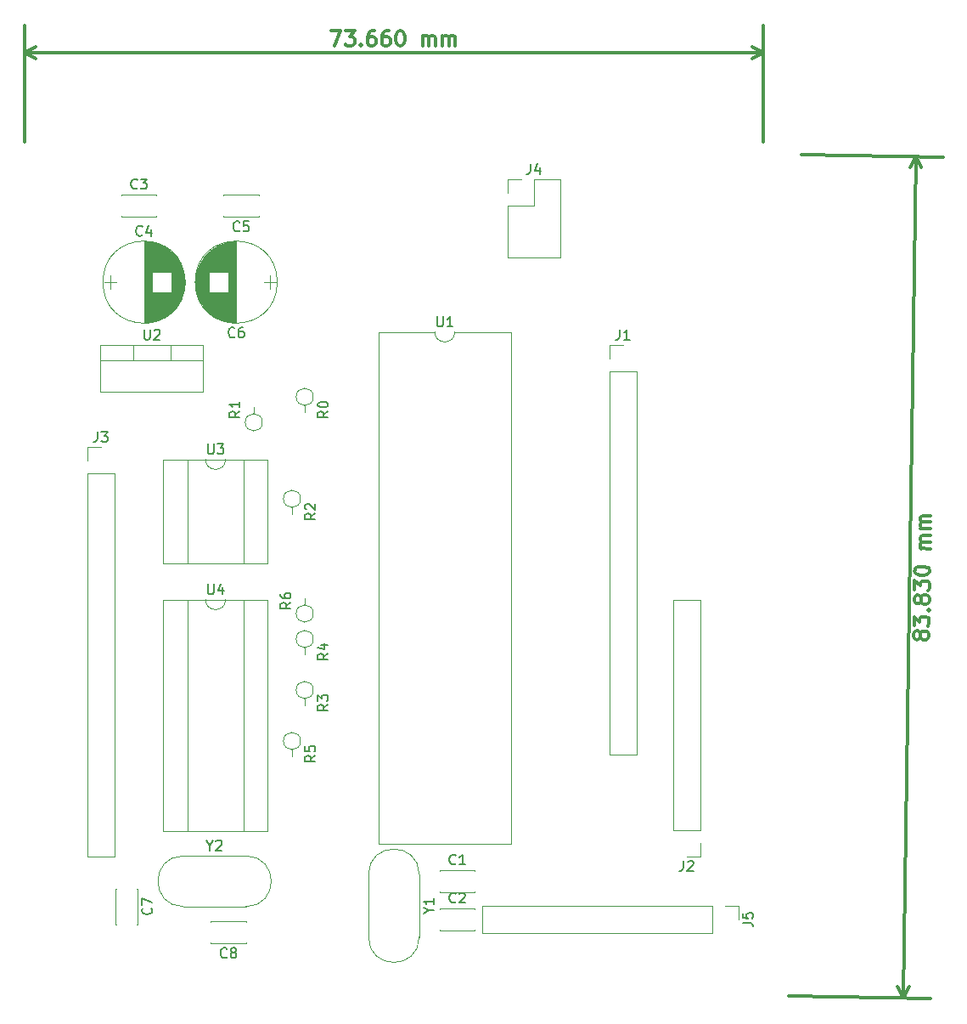
<source format=gbr>
G04 #@! TF.FileFunction,Legend,Top*
%FSLAX46Y46*%
G04 Gerber Fmt 4.6, Leading zero omitted, Abs format (unit mm)*
G04 Created by KiCad (PCBNEW 4.0.6) date 07/02/17 06:45:00*
%MOMM*%
%LPD*%
G01*
G04 APERTURE LIST*
%ADD10C,0.100000*%
%ADD11C,0.300000*%
%ADD12C,0.120000*%
%ADD13C,0.150000*%
G04 APERTURE END LIST*
D10*
D11*
X126154617Y-64538487D02*
X126081032Y-64680247D01*
X126008529Y-64750584D01*
X125864606Y-64819841D01*
X125793186Y-64818759D01*
X125651428Y-64745174D01*
X125581089Y-64672672D01*
X125511833Y-64528748D01*
X125516161Y-64243067D01*
X125589746Y-64101308D01*
X125662249Y-64030970D01*
X125806172Y-63961714D01*
X125877592Y-63962796D01*
X126019350Y-64036380D01*
X126089689Y-64108883D01*
X126158945Y-64252806D01*
X126154617Y-64538487D01*
X126223873Y-64682411D01*
X126294211Y-64754913D01*
X126435970Y-64828498D01*
X126721651Y-64832827D01*
X126865574Y-64763570D01*
X126938077Y-64693232D01*
X127011661Y-64551473D01*
X127015989Y-64265792D01*
X126946734Y-64121869D01*
X126876395Y-64049366D01*
X126734636Y-63975782D01*
X126448955Y-63971453D01*
X126305032Y-64040709D01*
X126232530Y-64111048D01*
X126158945Y-64252806D01*
X125528065Y-63457443D02*
X125542132Y-62528979D01*
X126105921Y-63037578D01*
X126109167Y-62823317D01*
X126182752Y-62681558D01*
X126255254Y-62611220D01*
X126399177Y-62541964D01*
X126756279Y-62547375D01*
X126898037Y-62620959D01*
X126968376Y-62693462D01*
X127037632Y-62837385D01*
X127031139Y-63265907D01*
X126957555Y-63407666D01*
X126885052Y-63478004D01*
X126908859Y-61906756D02*
X126981362Y-61836418D01*
X127051699Y-61908920D01*
X126979197Y-61979259D01*
X126908859Y-61906756D01*
X127051699Y-61908920D01*
X126208723Y-60967469D02*
X126135138Y-61109229D01*
X126062635Y-61179566D01*
X125918713Y-61248823D01*
X125847293Y-61247741D01*
X125705534Y-61174156D01*
X125635196Y-61101654D01*
X125565939Y-60957730D01*
X125570268Y-60672049D01*
X125643853Y-60530290D01*
X125716356Y-60459952D01*
X125860278Y-60390696D01*
X125931698Y-60391778D01*
X126073457Y-60465362D01*
X126143795Y-60537865D01*
X126213052Y-60681788D01*
X126208723Y-60967469D01*
X126277979Y-61111393D01*
X126348318Y-61183895D01*
X126490076Y-61257480D01*
X126775757Y-61261808D01*
X126919680Y-61192552D01*
X126992183Y-61122214D01*
X127065767Y-60980455D01*
X127070095Y-60694773D01*
X127000840Y-60550851D01*
X126930501Y-60478348D01*
X126788743Y-60404764D01*
X126503062Y-60400435D01*
X126359139Y-60469691D01*
X126286636Y-60540029D01*
X126213052Y-60681788D01*
X125582171Y-59886425D02*
X125596239Y-58957961D01*
X126160027Y-59466560D01*
X126163274Y-59252299D01*
X126236859Y-59110540D01*
X126309361Y-59040202D01*
X126453283Y-58970946D01*
X126810385Y-58976357D01*
X126952144Y-59049941D01*
X127022482Y-59122444D01*
X127091738Y-59266366D01*
X127085245Y-59694889D01*
X127011661Y-59836648D01*
X126939158Y-59906985D01*
X125610306Y-58029496D02*
X125612471Y-57886656D01*
X125686056Y-57744897D01*
X125758559Y-57674558D01*
X125902481Y-57605302D01*
X126189245Y-57538211D01*
X126546347Y-57543621D01*
X126830946Y-57619369D01*
X126972704Y-57692955D01*
X127043043Y-57765457D01*
X127112298Y-57909380D01*
X127110134Y-58052221D01*
X127036550Y-58193979D01*
X126964047Y-58264318D01*
X126820124Y-58333573D01*
X126533361Y-58400666D01*
X126176259Y-58395255D01*
X125891660Y-58319506D01*
X125749901Y-58245922D01*
X125679563Y-58173419D01*
X125610306Y-58029496D01*
X127144762Y-55766769D02*
X126144877Y-55751619D01*
X126287719Y-55753784D02*
X126217380Y-55681282D01*
X126148123Y-55537358D01*
X126151370Y-55323098D01*
X126224955Y-55181339D01*
X126368877Y-55112082D01*
X127154501Y-55123986D01*
X126368877Y-55112082D02*
X126227119Y-55038497D01*
X126157862Y-54894575D01*
X126161109Y-54680314D01*
X126234694Y-54538555D01*
X126378617Y-54469299D01*
X127164240Y-54481203D01*
X127175062Y-53766999D02*
X126175177Y-53751849D01*
X126318018Y-53754013D02*
X126247679Y-53681511D01*
X126178423Y-53537587D01*
X126181669Y-53323327D01*
X126255254Y-53181569D01*
X126399177Y-53112312D01*
X127184801Y-53124215D01*
X126399177Y-53112312D02*
X126257419Y-53038727D01*
X126188162Y-52894804D01*
X126191408Y-52680544D01*
X126264993Y-52538784D01*
X126408916Y-52469529D01*
X127194540Y-52481432D01*
X125708139Y-16682851D02*
X124438139Y-100502851D01*
X114300000Y-16510000D02*
X128407829Y-16723755D01*
X113030000Y-100330000D02*
X127137829Y-100543755D01*
X124438139Y-100502851D02*
X123868852Y-99367592D01*
X124438139Y-100502851D02*
X125041559Y-99385361D01*
X125708139Y-16682851D02*
X125104719Y-17800341D01*
X125708139Y-16682851D02*
X126277426Y-17818110D01*
X67374287Y-4178571D02*
X68374287Y-4178571D01*
X67731430Y-5678571D01*
X68802858Y-4178571D02*
X69731429Y-4178571D01*
X69231429Y-4750000D01*
X69445715Y-4750000D01*
X69588572Y-4821429D01*
X69660001Y-4892857D01*
X69731429Y-5035714D01*
X69731429Y-5392857D01*
X69660001Y-5535714D01*
X69588572Y-5607143D01*
X69445715Y-5678571D01*
X69017143Y-5678571D01*
X68874286Y-5607143D01*
X68802858Y-5535714D01*
X70374286Y-5535714D02*
X70445714Y-5607143D01*
X70374286Y-5678571D01*
X70302857Y-5607143D01*
X70374286Y-5535714D01*
X70374286Y-5678571D01*
X71731429Y-4178571D02*
X71445715Y-4178571D01*
X71302858Y-4250000D01*
X71231429Y-4321429D01*
X71088572Y-4535714D01*
X71017143Y-4821429D01*
X71017143Y-5392857D01*
X71088572Y-5535714D01*
X71160000Y-5607143D01*
X71302858Y-5678571D01*
X71588572Y-5678571D01*
X71731429Y-5607143D01*
X71802858Y-5535714D01*
X71874286Y-5392857D01*
X71874286Y-5035714D01*
X71802858Y-4892857D01*
X71731429Y-4821429D01*
X71588572Y-4750000D01*
X71302858Y-4750000D01*
X71160000Y-4821429D01*
X71088572Y-4892857D01*
X71017143Y-5035714D01*
X73160000Y-4178571D02*
X72874286Y-4178571D01*
X72731429Y-4250000D01*
X72660000Y-4321429D01*
X72517143Y-4535714D01*
X72445714Y-4821429D01*
X72445714Y-5392857D01*
X72517143Y-5535714D01*
X72588571Y-5607143D01*
X72731429Y-5678571D01*
X73017143Y-5678571D01*
X73160000Y-5607143D01*
X73231429Y-5535714D01*
X73302857Y-5392857D01*
X73302857Y-5035714D01*
X73231429Y-4892857D01*
X73160000Y-4821429D01*
X73017143Y-4750000D01*
X72731429Y-4750000D01*
X72588571Y-4821429D01*
X72517143Y-4892857D01*
X72445714Y-5035714D01*
X74231428Y-4178571D02*
X74374285Y-4178571D01*
X74517142Y-4250000D01*
X74588571Y-4321429D01*
X74660000Y-4464286D01*
X74731428Y-4750000D01*
X74731428Y-5107143D01*
X74660000Y-5392857D01*
X74588571Y-5535714D01*
X74517142Y-5607143D01*
X74374285Y-5678571D01*
X74231428Y-5678571D01*
X74088571Y-5607143D01*
X74017142Y-5535714D01*
X73945714Y-5392857D01*
X73874285Y-5107143D01*
X73874285Y-4750000D01*
X73945714Y-4464286D01*
X74017142Y-4321429D01*
X74088571Y-4250000D01*
X74231428Y-4178571D01*
X76517142Y-5678571D02*
X76517142Y-4678571D01*
X76517142Y-4821429D02*
X76588570Y-4750000D01*
X76731428Y-4678571D01*
X76945713Y-4678571D01*
X77088570Y-4750000D01*
X77159999Y-4892857D01*
X77159999Y-5678571D01*
X77159999Y-4892857D02*
X77231428Y-4750000D01*
X77374285Y-4678571D01*
X77588570Y-4678571D01*
X77731428Y-4750000D01*
X77802856Y-4892857D01*
X77802856Y-5678571D01*
X78517142Y-5678571D02*
X78517142Y-4678571D01*
X78517142Y-4821429D02*
X78588570Y-4750000D01*
X78731428Y-4678571D01*
X78945713Y-4678571D01*
X79088570Y-4750000D01*
X79159999Y-4892857D01*
X79159999Y-5678571D01*
X79159999Y-4892857D02*
X79231428Y-4750000D01*
X79374285Y-4678571D01*
X79588570Y-4678571D01*
X79731428Y-4750000D01*
X79802856Y-4892857D01*
X79802856Y-5678571D01*
X36830000Y-6350000D02*
X110490000Y-6350000D01*
X36830000Y-15240000D02*
X36830000Y-3650000D01*
X110490000Y-15240000D02*
X110490000Y-3650000D01*
X110490000Y-6350000D02*
X109363496Y-6936421D01*
X110490000Y-6350000D02*
X109363496Y-5763579D01*
X36830000Y-6350000D02*
X37956504Y-6936421D01*
X36830000Y-6350000D02*
X37956504Y-5763579D01*
D12*
X48740000Y-25160000D02*
X48740000Y-33260000D01*
X48780000Y-25160000D02*
X48780000Y-33260000D01*
X48820000Y-25160000D02*
X48820000Y-33260000D01*
X48860000Y-25161000D02*
X48860000Y-33259000D01*
X48900000Y-25163000D02*
X48900000Y-33257000D01*
X48940000Y-25164000D02*
X48940000Y-33256000D01*
X48980000Y-25167000D02*
X48980000Y-33253000D01*
X49020000Y-25169000D02*
X49020000Y-33251000D01*
X49060000Y-25172000D02*
X49060000Y-33248000D01*
X49100000Y-25175000D02*
X49100000Y-33245000D01*
X49140000Y-25179000D02*
X49140000Y-33241000D01*
X49180000Y-25183000D02*
X49180000Y-33237000D01*
X49220000Y-25188000D02*
X49220000Y-33232000D01*
X49260000Y-25193000D02*
X49260000Y-33227000D01*
X49300000Y-25198000D02*
X49300000Y-33222000D01*
X49340000Y-25204000D02*
X49340000Y-33216000D01*
X49380000Y-25210000D02*
X49380000Y-33210000D01*
X49420000Y-25216000D02*
X49420000Y-33204000D01*
X49461000Y-25223000D02*
X49461000Y-33197000D01*
X49501000Y-25231000D02*
X49501000Y-33189000D01*
X49541000Y-25239000D02*
X49541000Y-28230000D01*
X49541000Y-30190000D02*
X49541000Y-33181000D01*
X49581000Y-25247000D02*
X49581000Y-28230000D01*
X49581000Y-30190000D02*
X49581000Y-33173000D01*
X49621000Y-25255000D02*
X49621000Y-28230000D01*
X49621000Y-30190000D02*
X49621000Y-33165000D01*
X49661000Y-25264000D02*
X49661000Y-28230000D01*
X49661000Y-30190000D02*
X49661000Y-33156000D01*
X49701000Y-25274000D02*
X49701000Y-28230000D01*
X49701000Y-30190000D02*
X49701000Y-33146000D01*
X49741000Y-25284000D02*
X49741000Y-28230000D01*
X49741000Y-30190000D02*
X49741000Y-33136000D01*
X49781000Y-25294000D02*
X49781000Y-28230000D01*
X49781000Y-30190000D02*
X49781000Y-33126000D01*
X49821000Y-25305000D02*
X49821000Y-28230000D01*
X49821000Y-30190000D02*
X49821000Y-33115000D01*
X49861000Y-25316000D02*
X49861000Y-28230000D01*
X49861000Y-30190000D02*
X49861000Y-33104000D01*
X49901000Y-25327000D02*
X49901000Y-28230000D01*
X49901000Y-30190000D02*
X49901000Y-33093000D01*
X49941000Y-25340000D02*
X49941000Y-28230000D01*
X49941000Y-30190000D02*
X49941000Y-33080000D01*
X49981000Y-25352000D02*
X49981000Y-28230000D01*
X49981000Y-30190000D02*
X49981000Y-33068000D01*
X50021000Y-25365000D02*
X50021000Y-28230000D01*
X50021000Y-30190000D02*
X50021000Y-33055000D01*
X50061000Y-25378000D02*
X50061000Y-28230000D01*
X50061000Y-30190000D02*
X50061000Y-33042000D01*
X50101000Y-25392000D02*
X50101000Y-28230000D01*
X50101000Y-30190000D02*
X50101000Y-33028000D01*
X50141000Y-25407000D02*
X50141000Y-28230000D01*
X50141000Y-30190000D02*
X50141000Y-33013000D01*
X50181000Y-25421000D02*
X50181000Y-28230000D01*
X50181000Y-30190000D02*
X50181000Y-32999000D01*
X50221000Y-25437000D02*
X50221000Y-28230000D01*
X50221000Y-30190000D02*
X50221000Y-32983000D01*
X50261000Y-25452000D02*
X50261000Y-28230000D01*
X50261000Y-30190000D02*
X50261000Y-32968000D01*
X50301000Y-25469000D02*
X50301000Y-28230000D01*
X50301000Y-30190000D02*
X50301000Y-32951000D01*
X50341000Y-25485000D02*
X50341000Y-28230000D01*
X50341000Y-30190000D02*
X50341000Y-32935000D01*
X50381000Y-25503000D02*
X50381000Y-28230000D01*
X50381000Y-30190000D02*
X50381000Y-32917000D01*
X50421000Y-25520000D02*
X50421000Y-28230000D01*
X50421000Y-30190000D02*
X50421000Y-32900000D01*
X50461000Y-25539000D02*
X50461000Y-28230000D01*
X50461000Y-30190000D02*
X50461000Y-32881000D01*
X50501000Y-25558000D02*
X50501000Y-28230000D01*
X50501000Y-30190000D02*
X50501000Y-32862000D01*
X50541000Y-25577000D02*
X50541000Y-28230000D01*
X50541000Y-30190000D02*
X50541000Y-32843000D01*
X50581000Y-25597000D02*
X50581000Y-28230000D01*
X50581000Y-30190000D02*
X50581000Y-32823000D01*
X50621000Y-25617000D02*
X50621000Y-28230000D01*
X50621000Y-30190000D02*
X50621000Y-32803000D01*
X50661000Y-25638000D02*
X50661000Y-28230000D01*
X50661000Y-30190000D02*
X50661000Y-32782000D01*
X50701000Y-25660000D02*
X50701000Y-28230000D01*
X50701000Y-30190000D02*
X50701000Y-32760000D01*
X50741000Y-25682000D02*
X50741000Y-28230000D01*
X50741000Y-30190000D02*
X50741000Y-32738000D01*
X50781000Y-25705000D02*
X50781000Y-28230000D01*
X50781000Y-30190000D02*
X50781000Y-32715000D01*
X50821000Y-25728000D02*
X50821000Y-28230000D01*
X50821000Y-30190000D02*
X50821000Y-32692000D01*
X50861000Y-25752000D02*
X50861000Y-28230000D01*
X50861000Y-30190000D02*
X50861000Y-32668000D01*
X50901000Y-25776000D02*
X50901000Y-28230000D01*
X50901000Y-30190000D02*
X50901000Y-32644000D01*
X50941000Y-25802000D02*
X50941000Y-28230000D01*
X50941000Y-30190000D02*
X50941000Y-32618000D01*
X50981000Y-25827000D02*
X50981000Y-28230000D01*
X50981000Y-30190000D02*
X50981000Y-32593000D01*
X51021000Y-25854000D02*
X51021000Y-28230000D01*
X51021000Y-30190000D02*
X51021000Y-32566000D01*
X51061000Y-25881000D02*
X51061000Y-28230000D01*
X51061000Y-30190000D02*
X51061000Y-32539000D01*
X51101000Y-25909000D02*
X51101000Y-28230000D01*
X51101000Y-30190000D02*
X51101000Y-32511000D01*
X51141000Y-25938000D02*
X51141000Y-28230000D01*
X51141000Y-30190000D02*
X51141000Y-32482000D01*
X51181000Y-25967000D02*
X51181000Y-28230000D01*
X51181000Y-30190000D02*
X51181000Y-32453000D01*
X51221000Y-25997000D02*
X51221000Y-28230000D01*
X51221000Y-30190000D02*
X51221000Y-32423000D01*
X51261000Y-26028000D02*
X51261000Y-28230000D01*
X51261000Y-30190000D02*
X51261000Y-32392000D01*
X51301000Y-26060000D02*
X51301000Y-28230000D01*
X51301000Y-30190000D02*
X51301000Y-32360000D01*
X51341000Y-26092000D02*
X51341000Y-28230000D01*
X51341000Y-30190000D02*
X51341000Y-32328000D01*
X51381000Y-26126000D02*
X51381000Y-28230000D01*
X51381000Y-30190000D02*
X51381000Y-32294000D01*
X51421000Y-26160000D02*
X51421000Y-28230000D01*
X51421000Y-30190000D02*
X51421000Y-32260000D01*
X51461000Y-26195000D02*
X51461000Y-28230000D01*
X51461000Y-30190000D02*
X51461000Y-32225000D01*
X51501000Y-26231000D02*
X51501000Y-32189000D01*
X51541000Y-26268000D02*
X51541000Y-32152000D01*
X51581000Y-26306000D02*
X51581000Y-32114000D01*
X51621000Y-26345000D02*
X51621000Y-32075000D01*
X51661000Y-26386000D02*
X51661000Y-32034000D01*
X51701000Y-26427000D02*
X51701000Y-31993000D01*
X51741000Y-26470000D02*
X51741000Y-31950000D01*
X51781000Y-26513000D02*
X51781000Y-31907000D01*
X51821000Y-26558000D02*
X51821000Y-31862000D01*
X51861000Y-26605000D02*
X51861000Y-31815000D01*
X51901000Y-26653000D02*
X51901000Y-31767000D01*
X51941000Y-26702000D02*
X51941000Y-31718000D01*
X51981000Y-26753000D02*
X51981000Y-31667000D01*
X52021000Y-26806000D02*
X52021000Y-31614000D01*
X52061000Y-26861000D02*
X52061000Y-31559000D01*
X52101000Y-26917000D02*
X52101000Y-31503000D01*
X52141000Y-26976000D02*
X52141000Y-31444000D01*
X52181000Y-27037000D02*
X52181000Y-31383000D01*
X52221000Y-27101000D02*
X52221000Y-31319000D01*
X52261000Y-27167000D02*
X52261000Y-31253000D01*
X52301000Y-27236000D02*
X52301000Y-31184000D01*
X52341000Y-27308000D02*
X52341000Y-31112000D01*
X52381000Y-27384000D02*
X52381000Y-31036000D01*
X52421000Y-27465000D02*
X52421000Y-30955000D01*
X52461000Y-27550000D02*
X52461000Y-30870000D01*
X52501000Y-27640000D02*
X52501000Y-30780000D01*
X52541000Y-27737000D02*
X52541000Y-30683000D01*
X52581000Y-27841000D02*
X52581000Y-30579000D01*
X52621000Y-27956000D02*
X52621000Y-30464000D01*
X52661000Y-28083000D02*
X52661000Y-30337000D01*
X52701000Y-28227000D02*
X52701000Y-30193000D01*
X52741000Y-28396000D02*
X52741000Y-30024000D01*
X52781000Y-28612000D02*
X52781000Y-29808000D01*
X52821000Y-28964000D02*
X52821000Y-29456000D01*
X44790000Y-29210000D02*
X45990000Y-29210000D01*
X45390000Y-28560000D02*
X45390000Y-29860000D01*
X52830000Y-29210000D02*
G75*
G03X52830000Y-29210000I-4090000J0D01*
G01*
X78230000Y-87790000D02*
X81750000Y-87790000D01*
X78230000Y-90010000D02*
X81750000Y-90010000D01*
X78230000Y-87790000D02*
X78230000Y-87904000D01*
X78230000Y-89896000D02*
X78230000Y-90010000D01*
X81750000Y-87790000D02*
X81750000Y-87904000D01*
X81750000Y-89896000D02*
X81750000Y-90010000D01*
X78230000Y-91600000D02*
X81750000Y-91600000D01*
X78230000Y-93820000D02*
X81750000Y-93820000D01*
X78230000Y-91600000D02*
X78230000Y-91714000D01*
X78230000Y-93706000D02*
X78230000Y-93820000D01*
X81750000Y-91600000D02*
X81750000Y-91714000D01*
X81750000Y-93706000D02*
X81750000Y-93820000D01*
X46480000Y-20480000D02*
X50000000Y-20480000D01*
X46480000Y-22700000D02*
X50000000Y-22700000D01*
X46480000Y-20480000D02*
X46480000Y-20594000D01*
X46480000Y-22586000D02*
X46480000Y-22700000D01*
X50000000Y-20480000D02*
X50000000Y-20594000D01*
X50000000Y-22586000D02*
X50000000Y-22700000D01*
X60200000Y-22700000D02*
X56680000Y-22700000D01*
X60200000Y-20480000D02*
X56680000Y-20480000D01*
X60200000Y-22700000D02*
X60200000Y-22586000D01*
X60200000Y-20594000D02*
X60200000Y-20480000D01*
X56680000Y-22700000D02*
X56680000Y-22586000D01*
X56680000Y-20594000D02*
X56680000Y-20480000D01*
X57940000Y-33260000D02*
X57940000Y-25160000D01*
X57900000Y-33260000D02*
X57900000Y-25160000D01*
X57860000Y-33260000D02*
X57860000Y-25160000D01*
X57820000Y-33259000D02*
X57820000Y-25161000D01*
X57780000Y-33257000D02*
X57780000Y-25163000D01*
X57740000Y-33256000D02*
X57740000Y-25164000D01*
X57700000Y-33253000D02*
X57700000Y-25167000D01*
X57660000Y-33251000D02*
X57660000Y-25169000D01*
X57620000Y-33248000D02*
X57620000Y-25172000D01*
X57580000Y-33245000D02*
X57580000Y-25175000D01*
X57540000Y-33241000D02*
X57540000Y-25179000D01*
X57500000Y-33237000D02*
X57500000Y-25183000D01*
X57460000Y-33232000D02*
X57460000Y-25188000D01*
X57420000Y-33227000D02*
X57420000Y-25193000D01*
X57380000Y-33222000D02*
X57380000Y-25198000D01*
X57340000Y-33216000D02*
X57340000Y-25204000D01*
X57300000Y-33210000D02*
X57300000Y-25210000D01*
X57260000Y-33204000D02*
X57260000Y-25216000D01*
X57219000Y-33197000D02*
X57219000Y-25223000D01*
X57179000Y-33189000D02*
X57179000Y-25231000D01*
X57139000Y-33181000D02*
X57139000Y-30190000D01*
X57139000Y-28230000D02*
X57139000Y-25239000D01*
X57099000Y-33173000D02*
X57099000Y-30190000D01*
X57099000Y-28230000D02*
X57099000Y-25247000D01*
X57059000Y-33165000D02*
X57059000Y-30190000D01*
X57059000Y-28230000D02*
X57059000Y-25255000D01*
X57019000Y-33156000D02*
X57019000Y-30190000D01*
X57019000Y-28230000D02*
X57019000Y-25264000D01*
X56979000Y-33146000D02*
X56979000Y-30190000D01*
X56979000Y-28230000D02*
X56979000Y-25274000D01*
X56939000Y-33136000D02*
X56939000Y-30190000D01*
X56939000Y-28230000D02*
X56939000Y-25284000D01*
X56899000Y-33126000D02*
X56899000Y-30190000D01*
X56899000Y-28230000D02*
X56899000Y-25294000D01*
X56859000Y-33115000D02*
X56859000Y-30190000D01*
X56859000Y-28230000D02*
X56859000Y-25305000D01*
X56819000Y-33104000D02*
X56819000Y-30190000D01*
X56819000Y-28230000D02*
X56819000Y-25316000D01*
X56779000Y-33093000D02*
X56779000Y-30190000D01*
X56779000Y-28230000D02*
X56779000Y-25327000D01*
X56739000Y-33080000D02*
X56739000Y-30190000D01*
X56739000Y-28230000D02*
X56739000Y-25340000D01*
X56699000Y-33068000D02*
X56699000Y-30190000D01*
X56699000Y-28230000D02*
X56699000Y-25352000D01*
X56659000Y-33055000D02*
X56659000Y-30190000D01*
X56659000Y-28230000D02*
X56659000Y-25365000D01*
X56619000Y-33042000D02*
X56619000Y-30190000D01*
X56619000Y-28230000D02*
X56619000Y-25378000D01*
X56579000Y-33028000D02*
X56579000Y-30190000D01*
X56579000Y-28230000D02*
X56579000Y-25392000D01*
X56539000Y-33013000D02*
X56539000Y-30190000D01*
X56539000Y-28230000D02*
X56539000Y-25407000D01*
X56499000Y-32999000D02*
X56499000Y-30190000D01*
X56499000Y-28230000D02*
X56499000Y-25421000D01*
X56459000Y-32983000D02*
X56459000Y-30190000D01*
X56459000Y-28230000D02*
X56459000Y-25437000D01*
X56419000Y-32968000D02*
X56419000Y-30190000D01*
X56419000Y-28230000D02*
X56419000Y-25452000D01*
X56379000Y-32951000D02*
X56379000Y-30190000D01*
X56379000Y-28230000D02*
X56379000Y-25469000D01*
X56339000Y-32935000D02*
X56339000Y-30190000D01*
X56339000Y-28230000D02*
X56339000Y-25485000D01*
X56299000Y-32917000D02*
X56299000Y-30190000D01*
X56299000Y-28230000D02*
X56299000Y-25503000D01*
X56259000Y-32900000D02*
X56259000Y-30190000D01*
X56259000Y-28230000D02*
X56259000Y-25520000D01*
X56219000Y-32881000D02*
X56219000Y-30190000D01*
X56219000Y-28230000D02*
X56219000Y-25539000D01*
X56179000Y-32862000D02*
X56179000Y-30190000D01*
X56179000Y-28230000D02*
X56179000Y-25558000D01*
X56139000Y-32843000D02*
X56139000Y-30190000D01*
X56139000Y-28230000D02*
X56139000Y-25577000D01*
X56099000Y-32823000D02*
X56099000Y-30190000D01*
X56099000Y-28230000D02*
X56099000Y-25597000D01*
X56059000Y-32803000D02*
X56059000Y-30190000D01*
X56059000Y-28230000D02*
X56059000Y-25617000D01*
X56019000Y-32782000D02*
X56019000Y-30190000D01*
X56019000Y-28230000D02*
X56019000Y-25638000D01*
X55979000Y-32760000D02*
X55979000Y-30190000D01*
X55979000Y-28230000D02*
X55979000Y-25660000D01*
X55939000Y-32738000D02*
X55939000Y-30190000D01*
X55939000Y-28230000D02*
X55939000Y-25682000D01*
X55899000Y-32715000D02*
X55899000Y-30190000D01*
X55899000Y-28230000D02*
X55899000Y-25705000D01*
X55859000Y-32692000D02*
X55859000Y-30190000D01*
X55859000Y-28230000D02*
X55859000Y-25728000D01*
X55819000Y-32668000D02*
X55819000Y-30190000D01*
X55819000Y-28230000D02*
X55819000Y-25752000D01*
X55779000Y-32644000D02*
X55779000Y-30190000D01*
X55779000Y-28230000D02*
X55779000Y-25776000D01*
X55739000Y-32618000D02*
X55739000Y-30190000D01*
X55739000Y-28230000D02*
X55739000Y-25802000D01*
X55699000Y-32593000D02*
X55699000Y-30190000D01*
X55699000Y-28230000D02*
X55699000Y-25827000D01*
X55659000Y-32566000D02*
X55659000Y-30190000D01*
X55659000Y-28230000D02*
X55659000Y-25854000D01*
X55619000Y-32539000D02*
X55619000Y-30190000D01*
X55619000Y-28230000D02*
X55619000Y-25881000D01*
X55579000Y-32511000D02*
X55579000Y-30190000D01*
X55579000Y-28230000D02*
X55579000Y-25909000D01*
X55539000Y-32482000D02*
X55539000Y-30190000D01*
X55539000Y-28230000D02*
X55539000Y-25938000D01*
X55499000Y-32453000D02*
X55499000Y-30190000D01*
X55499000Y-28230000D02*
X55499000Y-25967000D01*
X55459000Y-32423000D02*
X55459000Y-30190000D01*
X55459000Y-28230000D02*
X55459000Y-25997000D01*
X55419000Y-32392000D02*
X55419000Y-30190000D01*
X55419000Y-28230000D02*
X55419000Y-26028000D01*
X55379000Y-32360000D02*
X55379000Y-30190000D01*
X55379000Y-28230000D02*
X55379000Y-26060000D01*
X55339000Y-32328000D02*
X55339000Y-30190000D01*
X55339000Y-28230000D02*
X55339000Y-26092000D01*
X55299000Y-32294000D02*
X55299000Y-30190000D01*
X55299000Y-28230000D02*
X55299000Y-26126000D01*
X55259000Y-32260000D02*
X55259000Y-30190000D01*
X55259000Y-28230000D02*
X55259000Y-26160000D01*
X55219000Y-32225000D02*
X55219000Y-30190000D01*
X55219000Y-28230000D02*
X55219000Y-26195000D01*
X55179000Y-32189000D02*
X55179000Y-26231000D01*
X55139000Y-32152000D02*
X55139000Y-26268000D01*
X55099000Y-32114000D02*
X55099000Y-26306000D01*
X55059000Y-32075000D02*
X55059000Y-26345000D01*
X55019000Y-32034000D02*
X55019000Y-26386000D01*
X54979000Y-31993000D02*
X54979000Y-26427000D01*
X54939000Y-31950000D02*
X54939000Y-26470000D01*
X54899000Y-31907000D02*
X54899000Y-26513000D01*
X54859000Y-31862000D02*
X54859000Y-26558000D01*
X54819000Y-31815000D02*
X54819000Y-26605000D01*
X54779000Y-31767000D02*
X54779000Y-26653000D01*
X54739000Y-31718000D02*
X54739000Y-26702000D01*
X54699000Y-31667000D02*
X54699000Y-26753000D01*
X54659000Y-31614000D02*
X54659000Y-26806000D01*
X54619000Y-31559000D02*
X54619000Y-26861000D01*
X54579000Y-31503000D02*
X54579000Y-26917000D01*
X54539000Y-31444000D02*
X54539000Y-26976000D01*
X54499000Y-31383000D02*
X54499000Y-27037000D01*
X54459000Y-31319000D02*
X54459000Y-27101000D01*
X54419000Y-31253000D02*
X54419000Y-27167000D01*
X54379000Y-31184000D02*
X54379000Y-27236000D01*
X54339000Y-31112000D02*
X54339000Y-27308000D01*
X54299000Y-31036000D02*
X54299000Y-27384000D01*
X54259000Y-30955000D02*
X54259000Y-27465000D01*
X54219000Y-30870000D02*
X54219000Y-27550000D01*
X54179000Y-30780000D02*
X54179000Y-27640000D01*
X54139000Y-30683000D02*
X54139000Y-27737000D01*
X54099000Y-30579000D02*
X54099000Y-27841000D01*
X54059000Y-30464000D02*
X54059000Y-27956000D01*
X54019000Y-30337000D02*
X54019000Y-28083000D01*
X53979000Y-30193000D02*
X53979000Y-28227000D01*
X53939000Y-30024000D02*
X53939000Y-28396000D01*
X53899000Y-29808000D02*
X53899000Y-28612000D01*
X53859000Y-29456000D02*
X53859000Y-28964000D01*
X61890000Y-29210000D02*
X60690000Y-29210000D01*
X61290000Y-29860000D02*
X61290000Y-28560000D01*
X62030000Y-29210000D02*
G75*
G03X62030000Y-29210000I-4090000J0D01*
G01*
X48100000Y-89660000D02*
X48100000Y-93180000D01*
X45880000Y-89660000D02*
X45880000Y-93180000D01*
X48100000Y-89660000D02*
X47986000Y-89660000D01*
X45994000Y-89660000D02*
X45880000Y-89660000D01*
X48100000Y-93180000D02*
X47986000Y-93180000D01*
X45994000Y-93180000D02*
X45880000Y-93180000D01*
X58930000Y-95090000D02*
X55410000Y-95090000D01*
X58930000Y-92870000D02*
X55410000Y-92870000D01*
X58930000Y-95090000D02*
X58930000Y-94976000D01*
X58930000Y-92984000D02*
X58930000Y-92870000D01*
X55410000Y-95090000D02*
X55410000Y-94976000D01*
X55410000Y-92984000D02*
X55410000Y-92870000D01*
X95190000Y-38100000D02*
X95190000Y-76260000D01*
X95190000Y-76260000D02*
X97850000Y-76260000D01*
X97850000Y-76260000D02*
X97850000Y-38100000D01*
X97850000Y-38100000D02*
X95190000Y-38100000D01*
X95190000Y-36830000D02*
X95190000Y-35500000D01*
X95190000Y-35500000D02*
X96520000Y-35500000D01*
X104200000Y-83820000D02*
X104200000Y-60900000D01*
X104200000Y-60900000D02*
X101540000Y-60900000D01*
X101540000Y-60900000D02*
X101540000Y-83820000D01*
X101540000Y-83820000D02*
X104200000Y-83820000D01*
X104200000Y-85090000D02*
X104200000Y-86420000D01*
X104200000Y-86420000D02*
X102870000Y-86420000D01*
X43120000Y-48260000D02*
X43120000Y-86420000D01*
X43120000Y-86420000D02*
X45780000Y-86420000D01*
X45780000Y-86420000D02*
X45780000Y-48260000D01*
X45780000Y-48260000D02*
X43120000Y-48260000D01*
X43120000Y-46990000D02*
X43120000Y-45660000D01*
X43120000Y-45660000D02*
X44450000Y-45660000D01*
X65630000Y-40640000D02*
G75*
G03X65630000Y-40640000I-860000J0D01*
G01*
X64770000Y-41500000D02*
X64770000Y-42180000D01*
X60550000Y-43180000D02*
G75*
G03X60550000Y-43180000I-860000J0D01*
G01*
X59690000Y-42320000D02*
X59690000Y-41640000D01*
X64360000Y-50800000D02*
G75*
G03X64360000Y-50800000I-860000J0D01*
G01*
X63500000Y-51660000D02*
X63500000Y-52340000D01*
X65630000Y-69850000D02*
G75*
G03X65630000Y-69850000I-860000J0D01*
G01*
X64770000Y-70710000D02*
X64770000Y-71390000D01*
X65630000Y-64770000D02*
G75*
G03X65630000Y-64770000I-860000J0D01*
G01*
X64770000Y-65630000D02*
X64770000Y-66310000D01*
X64360000Y-74930000D02*
G75*
G03X64360000Y-74930000I-860000J0D01*
G01*
X63500000Y-75790000D02*
X63500000Y-76470000D01*
X65630000Y-62230000D02*
G75*
G03X65630000Y-62230000I-860000J0D01*
G01*
X64770000Y-61370000D02*
X64770000Y-60690000D01*
X77740000Y-34170000D02*
X72160000Y-34170000D01*
X72160000Y-34170000D02*
X72160000Y-85210000D01*
X72160000Y-85210000D02*
X85320000Y-85210000D01*
X85320000Y-85210000D02*
X85320000Y-34170000D01*
X85320000Y-34170000D02*
X79740000Y-34170000D01*
X79740000Y-34170000D02*
G75*
G02X77740000Y-34170000I-1000000J0D01*
G01*
X44410000Y-35480000D02*
X54650000Y-35480000D01*
X44410000Y-40121000D02*
X54650000Y-40121000D01*
X44410000Y-35480000D02*
X44410000Y-40121000D01*
X54650000Y-35480000D02*
X54650000Y-40121000D01*
X44410000Y-36990000D02*
X54650000Y-36990000D01*
X47680000Y-35480000D02*
X47680000Y-36990000D01*
X51381000Y-35480000D02*
X51381000Y-36990000D01*
X54880000Y-46870000D02*
X53110000Y-46870000D01*
X53110000Y-46870000D02*
X53110000Y-57270000D01*
X53110000Y-57270000D02*
X58650000Y-57270000D01*
X58650000Y-57270000D02*
X58650000Y-46870000D01*
X58650000Y-46870000D02*
X56880000Y-46870000D01*
X50680000Y-46870000D02*
X50680000Y-57270000D01*
X50680000Y-57270000D02*
X61080000Y-57270000D01*
X61080000Y-57270000D02*
X61080000Y-46870000D01*
X61080000Y-46870000D02*
X50680000Y-46870000D01*
X56880000Y-46870000D02*
G75*
G02X54880000Y-46870000I-1000000J0D01*
G01*
X54880000Y-60840000D02*
X53110000Y-60840000D01*
X53110000Y-60840000D02*
X53110000Y-83940000D01*
X53110000Y-83940000D02*
X58650000Y-83940000D01*
X58650000Y-83940000D02*
X58650000Y-60840000D01*
X58650000Y-60840000D02*
X56880000Y-60840000D01*
X50680000Y-60840000D02*
X50680000Y-83940000D01*
X50680000Y-83940000D02*
X61080000Y-83940000D01*
X61080000Y-83940000D02*
X61080000Y-60840000D01*
X61080000Y-60840000D02*
X50680000Y-60840000D01*
X56880000Y-60840000D02*
G75*
G02X54880000Y-60840000I-1000000J0D01*
G01*
X76185000Y-88215000D02*
X76185000Y-94465000D01*
X71135000Y-88215000D02*
X71135000Y-94465000D01*
X71135000Y-88215000D02*
G75*
G02X76185000Y-88215000I2525000J0D01*
G01*
X71135000Y-94465000D02*
G75*
G03X76185000Y-94465000I2525000J0D01*
G01*
X52655000Y-86375000D02*
X58905000Y-86375000D01*
X52655000Y-91425000D02*
X58905000Y-91425000D01*
X52655000Y-91425000D02*
G75*
G02X52655000Y-86375000I0J2525000D01*
G01*
X58905000Y-91425000D02*
G75*
G03X58905000Y-86375000I0J2525000D01*
G01*
X85030000Y-21590000D02*
X85030000Y-26730000D01*
X85030000Y-26730000D02*
X90230000Y-26730000D01*
X90230000Y-26730000D02*
X90230000Y-18990000D01*
X90230000Y-18990000D02*
X87630000Y-18990000D01*
X87630000Y-18990000D02*
X87630000Y-21590000D01*
X87630000Y-21590000D02*
X85030000Y-21590000D01*
X85030000Y-20320000D02*
X85030000Y-18990000D01*
X85030000Y-18990000D02*
X86360000Y-18990000D01*
X105410000Y-91380000D02*
X82490000Y-91380000D01*
X82490000Y-91380000D02*
X82490000Y-94040000D01*
X82490000Y-94040000D02*
X105410000Y-94040000D01*
X105410000Y-94040000D02*
X105410000Y-91380000D01*
X106680000Y-91380000D02*
X108010000Y-91380000D01*
X108010000Y-91380000D02*
X108010000Y-92710000D01*
D13*
X48573334Y-24507143D02*
X48525715Y-24554762D01*
X48382858Y-24602381D01*
X48287620Y-24602381D01*
X48144762Y-24554762D01*
X48049524Y-24459524D01*
X48001905Y-24364286D01*
X47954286Y-24173810D01*
X47954286Y-24030952D01*
X48001905Y-23840476D01*
X48049524Y-23745238D01*
X48144762Y-23650000D01*
X48287620Y-23602381D01*
X48382858Y-23602381D01*
X48525715Y-23650000D01*
X48573334Y-23697619D01*
X49430477Y-23935714D02*
X49430477Y-24602381D01*
X49192381Y-23554762D02*
X48954286Y-24269048D01*
X49573334Y-24269048D01*
X79823334Y-87147143D02*
X79775715Y-87194762D01*
X79632858Y-87242381D01*
X79537620Y-87242381D01*
X79394762Y-87194762D01*
X79299524Y-87099524D01*
X79251905Y-87004286D01*
X79204286Y-86813810D01*
X79204286Y-86670952D01*
X79251905Y-86480476D01*
X79299524Y-86385238D01*
X79394762Y-86290000D01*
X79537620Y-86242381D01*
X79632858Y-86242381D01*
X79775715Y-86290000D01*
X79823334Y-86337619D01*
X80775715Y-87242381D02*
X80204286Y-87242381D01*
X80490000Y-87242381D02*
X80490000Y-86242381D01*
X80394762Y-86385238D01*
X80299524Y-86480476D01*
X80204286Y-86528095D01*
X79823334Y-90957143D02*
X79775715Y-91004762D01*
X79632858Y-91052381D01*
X79537620Y-91052381D01*
X79394762Y-91004762D01*
X79299524Y-90909524D01*
X79251905Y-90814286D01*
X79204286Y-90623810D01*
X79204286Y-90480952D01*
X79251905Y-90290476D01*
X79299524Y-90195238D01*
X79394762Y-90100000D01*
X79537620Y-90052381D01*
X79632858Y-90052381D01*
X79775715Y-90100000D01*
X79823334Y-90147619D01*
X80204286Y-90147619D02*
X80251905Y-90100000D01*
X80347143Y-90052381D01*
X80585239Y-90052381D01*
X80680477Y-90100000D01*
X80728096Y-90147619D01*
X80775715Y-90242857D01*
X80775715Y-90338095D01*
X80728096Y-90480952D01*
X80156667Y-91052381D01*
X80775715Y-91052381D01*
X48073334Y-19837143D02*
X48025715Y-19884762D01*
X47882858Y-19932381D01*
X47787620Y-19932381D01*
X47644762Y-19884762D01*
X47549524Y-19789524D01*
X47501905Y-19694286D01*
X47454286Y-19503810D01*
X47454286Y-19360952D01*
X47501905Y-19170476D01*
X47549524Y-19075238D01*
X47644762Y-18980000D01*
X47787620Y-18932381D01*
X47882858Y-18932381D01*
X48025715Y-18980000D01*
X48073334Y-19027619D01*
X48406667Y-18932381D02*
X49025715Y-18932381D01*
X48692381Y-19313333D01*
X48835239Y-19313333D01*
X48930477Y-19360952D01*
X48978096Y-19408571D01*
X49025715Y-19503810D01*
X49025715Y-19741905D01*
X48978096Y-19837143D01*
X48930477Y-19884762D01*
X48835239Y-19932381D01*
X48549524Y-19932381D01*
X48454286Y-19884762D01*
X48406667Y-19837143D01*
X58273334Y-24057143D02*
X58225715Y-24104762D01*
X58082858Y-24152381D01*
X57987620Y-24152381D01*
X57844762Y-24104762D01*
X57749524Y-24009524D01*
X57701905Y-23914286D01*
X57654286Y-23723810D01*
X57654286Y-23580952D01*
X57701905Y-23390476D01*
X57749524Y-23295238D01*
X57844762Y-23200000D01*
X57987620Y-23152381D01*
X58082858Y-23152381D01*
X58225715Y-23200000D01*
X58273334Y-23247619D01*
X59178096Y-23152381D02*
X58701905Y-23152381D01*
X58654286Y-23628571D01*
X58701905Y-23580952D01*
X58797143Y-23533333D01*
X59035239Y-23533333D01*
X59130477Y-23580952D01*
X59178096Y-23628571D01*
X59225715Y-23723810D01*
X59225715Y-23961905D01*
X59178096Y-24057143D01*
X59130477Y-24104762D01*
X59035239Y-24152381D01*
X58797143Y-24152381D01*
X58701905Y-24104762D01*
X58654286Y-24057143D01*
X57773334Y-34627143D02*
X57725715Y-34674762D01*
X57582858Y-34722381D01*
X57487620Y-34722381D01*
X57344762Y-34674762D01*
X57249524Y-34579524D01*
X57201905Y-34484286D01*
X57154286Y-34293810D01*
X57154286Y-34150952D01*
X57201905Y-33960476D01*
X57249524Y-33865238D01*
X57344762Y-33770000D01*
X57487620Y-33722381D01*
X57582858Y-33722381D01*
X57725715Y-33770000D01*
X57773334Y-33817619D01*
X58630477Y-33722381D02*
X58440000Y-33722381D01*
X58344762Y-33770000D01*
X58297143Y-33817619D01*
X58201905Y-33960476D01*
X58154286Y-34150952D01*
X58154286Y-34531905D01*
X58201905Y-34627143D01*
X58249524Y-34674762D01*
X58344762Y-34722381D01*
X58535239Y-34722381D01*
X58630477Y-34674762D01*
X58678096Y-34627143D01*
X58725715Y-34531905D01*
X58725715Y-34293810D01*
X58678096Y-34198571D01*
X58630477Y-34150952D01*
X58535239Y-34103333D01*
X58344762Y-34103333D01*
X58249524Y-34150952D01*
X58201905Y-34198571D01*
X58154286Y-34293810D01*
X49457143Y-91586666D02*
X49504762Y-91634285D01*
X49552381Y-91777142D01*
X49552381Y-91872380D01*
X49504762Y-92015238D01*
X49409524Y-92110476D01*
X49314286Y-92158095D01*
X49123810Y-92205714D01*
X48980952Y-92205714D01*
X48790476Y-92158095D01*
X48695238Y-92110476D01*
X48600000Y-92015238D01*
X48552381Y-91872380D01*
X48552381Y-91777142D01*
X48600000Y-91634285D01*
X48647619Y-91586666D01*
X48552381Y-91253333D02*
X48552381Y-90586666D01*
X49552381Y-91015238D01*
X57003334Y-96447143D02*
X56955715Y-96494762D01*
X56812858Y-96542381D01*
X56717620Y-96542381D01*
X56574762Y-96494762D01*
X56479524Y-96399524D01*
X56431905Y-96304286D01*
X56384286Y-96113810D01*
X56384286Y-95970952D01*
X56431905Y-95780476D01*
X56479524Y-95685238D01*
X56574762Y-95590000D01*
X56717620Y-95542381D01*
X56812858Y-95542381D01*
X56955715Y-95590000D01*
X57003334Y-95637619D01*
X57574762Y-95970952D02*
X57479524Y-95923333D01*
X57431905Y-95875714D01*
X57384286Y-95780476D01*
X57384286Y-95732857D01*
X57431905Y-95637619D01*
X57479524Y-95590000D01*
X57574762Y-95542381D01*
X57765239Y-95542381D01*
X57860477Y-95590000D01*
X57908096Y-95637619D01*
X57955715Y-95732857D01*
X57955715Y-95780476D01*
X57908096Y-95875714D01*
X57860477Y-95923333D01*
X57765239Y-95970952D01*
X57574762Y-95970952D01*
X57479524Y-96018571D01*
X57431905Y-96066190D01*
X57384286Y-96161429D01*
X57384286Y-96351905D01*
X57431905Y-96447143D01*
X57479524Y-96494762D01*
X57574762Y-96542381D01*
X57765239Y-96542381D01*
X57860477Y-96494762D01*
X57908096Y-96447143D01*
X57955715Y-96351905D01*
X57955715Y-96161429D01*
X57908096Y-96066190D01*
X57860477Y-96018571D01*
X57765239Y-95970952D01*
X96186667Y-33952381D02*
X96186667Y-34666667D01*
X96139047Y-34809524D01*
X96043809Y-34904762D01*
X95900952Y-34952381D01*
X95805714Y-34952381D01*
X97186667Y-34952381D02*
X96615238Y-34952381D01*
X96900952Y-34952381D02*
X96900952Y-33952381D01*
X96805714Y-34095238D01*
X96710476Y-34190476D01*
X96615238Y-34238095D01*
X102536667Y-86872381D02*
X102536667Y-87586667D01*
X102489047Y-87729524D01*
X102393809Y-87824762D01*
X102250952Y-87872381D01*
X102155714Y-87872381D01*
X102965238Y-86967619D02*
X103012857Y-86920000D01*
X103108095Y-86872381D01*
X103346191Y-86872381D01*
X103441429Y-86920000D01*
X103489048Y-86967619D01*
X103536667Y-87062857D01*
X103536667Y-87158095D01*
X103489048Y-87300952D01*
X102917619Y-87872381D01*
X103536667Y-87872381D01*
X44116667Y-44112381D02*
X44116667Y-44826667D01*
X44069047Y-44969524D01*
X43973809Y-45064762D01*
X43830952Y-45112381D01*
X43735714Y-45112381D01*
X44497619Y-44112381D02*
X45116667Y-44112381D01*
X44783333Y-44493333D01*
X44926191Y-44493333D01*
X45021429Y-44540952D01*
X45069048Y-44588571D01*
X45116667Y-44683810D01*
X45116667Y-44921905D01*
X45069048Y-45017143D01*
X45021429Y-45064762D01*
X44926191Y-45112381D01*
X44640476Y-45112381D01*
X44545238Y-45064762D01*
X44497619Y-45017143D01*
X67082381Y-42076666D02*
X66606190Y-42410000D01*
X67082381Y-42648095D02*
X66082381Y-42648095D01*
X66082381Y-42267142D01*
X66130000Y-42171904D01*
X66177619Y-42124285D01*
X66272857Y-42076666D01*
X66415714Y-42076666D01*
X66510952Y-42124285D01*
X66558571Y-42171904D01*
X66606190Y-42267142D01*
X66606190Y-42648095D01*
X66082381Y-41457619D02*
X66082381Y-41362380D01*
X66130000Y-41267142D01*
X66177619Y-41219523D01*
X66272857Y-41171904D01*
X66463333Y-41124285D01*
X66701429Y-41124285D01*
X66891905Y-41171904D01*
X66987143Y-41219523D01*
X67034762Y-41267142D01*
X67082381Y-41362380D01*
X67082381Y-41457619D01*
X67034762Y-41552857D01*
X66987143Y-41600476D01*
X66891905Y-41648095D01*
X66701429Y-41695714D01*
X66463333Y-41695714D01*
X66272857Y-41648095D01*
X66177619Y-41600476D01*
X66130000Y-41552857D01*
X66082381Y-41457619D01*
X58282381Y-42076666D02*
X57806190Y-42410000D01*
X58282381Y-42648095D02*
X57282381Y-42648095D01*
X57282381Y-42267142D01*
X57330000Y-42171904D01*
X57377619Y-42124285D01*
X57472857Y-42076666D01*
X57615714Y-42076666D01*
X57710952Y-42124285D01*
X57758571Y-42171904D01*
X57806190Y-42267142D01*
X57806190Y-42648095D01*
X58282381Y-41124285D02*
X58282381Y-41695714D01*
X58282381Y-41410000D02*
X57282381Y-41410000D01*
X57425238Y-41505238D01*
X57520476Y-41600476D01*
X57568095Y-41695714D01*
X65812381Y-52236666D02*
X65336190Y-52570000D01*
X65812381Y-52808095D02*
X64812381Y-52808095D01*
X64812381Y-52427142D01*
X64860000Y-52331904D01*
X64907619Y-52284285D01*
X65002857Y-52236666D01*
X65145714Y-52236666D01*
X65240952Y-52284285D01*
X65288571Y-52331904D01*
X65336190Y-52427142D01*
X65336190Y-52808095D01*
X64907619Y-51855714D02*
X64860000Y-51808095D01*
X64812381Y-51712857D01*
X64812381Y-51474761D01*
X64860000Y-51379523D01*
X64907619Y-51331904D01*
X65002857Y-51284285D01*
X65098095Y-51284285D01*
X65240952Y-51331904D01*
X65812381Y-51903333D01*
X65812381Y-51284285D01*
X67082381Y-71286666D02*
X66606190Y-71620000D01*
X67082381Y-71858095D02*
X66082381Y-71858095D01*
X66082381Y-71477142D01*
X66130000Y-71381904D01*
X66177619Y-71334285D01*
X66272857Y-71286666D01*
X66415714Y-71286666D01*
X66510952Y-71334285D01*
X66558571Y-71381904D01*
X66606190Y-71477142D01*
X66606190Y-71858095D01*
X66082381Y-70953333D02*
X66082381Y-70334285D01*
X66463333Y-70667619D01*
X66463333Y-70524761D01*
X66510952Y-70429523D01*
X66558571Y-70381904D01*
X66653810Y-70334285D01*
X66891905Y-70334285D01*
X66987143Y-70381904D01*
X67034762Y-70429523D01*
X67082381Y-70524761D01*
X67082381Y-70810476D01*
X67034762Y-70905714D01*
X66987143Y-70953333D01*
X67082381Y-66206666D02*
X66606190Y-66540000D01*
X67082381Y-66778095D02*
X66082381Y-66778095D01*
X66082381Y-66397142D01*
X66130000Y-66301904D01*
X66177619Y-66254285D01*
X66272857Y-66206666D01*
X66415714Y-66206666D01*
X66510952Y-66254285D01*
X66558571Y-66301904D01*
X66606190Y-66397142D01*
X66606190Y-66778095D01*
X66415714Y-65349523D02*
X67082381Y-65349523D01*
X66034762Y-65587619D02*
X66749048Y-65825714D01*
X66749048Y-65206666D01*
X65812381Y-76366666D02*
X65336190Y-76700000D01*
X65812381Y-76938095D02*
X64812381Y-76938095D01*
X64812381Y-76557142D01*
X64860000Y-76461904D01*
X64907619Y-76414285D01*
X65002857Y-76366666D01*
X65145714Y-76366666D01*
X65240952Y-76414285D01*
X65288571Y-76461904D01*
X65336190Y-76557142D01*
X65336190Y-76938095D01*
X64812381Y-75461904D02*
X64812381Y-75938095D01*
X65288571Y-75985714D01*
X65240952Y-75938095D01*
X65193333Y-75842857D01*
X65193333Y-75604761D01*
X65240952Y-75509523D01*
X65288571Y-75461904D01*
X65383810Y-75414285D01*
X65621905Y-75414285D01*
X65717143Y-75461904D01*
X65764762Y-75509523D01*
X65812381Y-75604761D01*
X65812381Y-75842857D01*
X65764762Y-75938095D01*
X65717143Y-75985714D01*
X63362381Y-61126666D02*
X62886190Y-61460000D01*
X63362381Y-61698095D02*
X62362381Y-61698095D01*
X62362381Y-61317142D01*
X62410000Y-61221904D01*
X62457619Y-61174285D01*
X62552857Y-61126666D01*
X62695714Y-61126666D01*
X62790952Y-61174285D01*
X62838571Y-61221904D01*
X62886190Y-61317142D01*
X62886190Y-61698095D01*
X62362381Y-60269523D02*
X62362381Y-60460000D01*
X62410000Y-60555238D01*
X62457619Y-60602857D01*
X62600476Y-60698095D01*
X62790952Y-60745714D01*
X63171905Y-60745714D01*
X63267143Y-60698095D01*
X63314762Y-60650476D01*
X63362381Y-60555238D01*
X63362381Y-60364761D01*
X63314762Y-60269523D01*
X63267143Y-60221904D01*
X63171905Y-60174285D01*
X62933810Y-60174285D01*
X62838571Y-60221904D01*
X62790952Y-60269523D01*
X62743333Y-60364761D01*
X62743333Y-60555238D01*
X62790952Y-60650476D01*
X62838571Y-60698095D01*
X62933810Y-60745714D01*
X77978095Y-32622381D02*
X77978095Y-33431905D01*
X78025714Y-33527143D01*
X78073333Y-33574762D01*
X78168571Y-33622381D01*
X78359048Y-33622381D01*
X78454286Y-33574762D01*
X78501905Y-33527143D01*
X78549524Y-33431905D01*
X78549524Y-32622381D01*
X79549524Y-33622381D02*
X78978095Y-33622381D01*
X79263809Y-33622381D02*
X79263809Y-32622381D01*
X79168571Y-32765238D01*
X79073333Y-32860476D01*
X78978095Y-32908095D01*
X48768095Y-33932381D02*
X48768095Y-34741905D01*
X48815714Y-34837143D01*
X48863333Y-34884762D01*
X48958571Y-34932381D01*
X49149048Y-34932381D01*
X49244286Y-34884762D01*
X49291905Y-34837143D01*
X49339524Y-34741905D01*
X49339524Y-33932381D01*
X49768095Y-34027619D02*
X49815714Y-33980000D01*
X49910952Y-33932381D01*
X50149048Y-33932381D01*
X50244286Y-33980000D01*
X50291905Y-34027619D01*
X50339524Y-34122857D01*
X50339524Y-34218095D01*
X50291905Y-34360952D01*
X49720476Y-34932381D01*
X50339524Y-34932381D01*
X55118095Y-45322381D02*
X55118095Y-46131905D01*
X55165714Y-46227143D01*
X55213333Y-46274762D01*
X55308571Y-46322381D01*
X55499048Y-46322381D01*
X55594286Y-46274762D01*
X55641905Y-46227143D01*
X55689524Y-46131905D01*
X55689524Y-45322381D01*
X56070476Y-45322381D02*
X56689524Y-45322381D01*
X56356190Y-45703333D01*
X56499048Y-45703333D01*
X56594286Y-45750952D01*
X56641905Y-45798571D01*
X56689524Y-45893810D01*
X56689524Y-46131905D01*
X56641905Y-46227143D01*
X56594286Y-46274762D01*
X56499048Y-46322381D01*
X56213333Y-46322381D01*
X56118095Y-46274762D01*
X56070476Y-46227143D01*
X55118095Y-59292381D02*
X55118095Y-60101905D01*
X55165714Y-60197143D01*
X55213333Y-60244762D01*
X55308571Y-60292381D01*
X55499048Y-60292381D01*
X55594286Y-60244762D01*
X55641905Y-60197143D01*
X55689524Y-60101905D01*
X55689524Y-59292381D01*
X56594286Y-59625714D02*
X56594286Y-60292381D01*
X56356190Y-59244762D02*
X56118095Y-59959048D01*
X56737143Y-59959048D01*
X77161190Y-91816191D02*
X77637381Y-91816191D01*
X76637381Y-92149524D02*
X77161190Y-91816191D01*
X76637381Y-91482857D01*
X77637381Y-90625714D02*
X77637381Y-91197143D01*
X77637381Y-90911429D02*
X76637381Y-90911429D01*
X76780238Y-91006667D01*
X76875476Y-91101905D01*
X76923095Y-91197143D01*
X55303809Y-85351190D02*
X55303809Y-85827381D01*
X54970476Y-84827381D02*
X55303809Y-85351190D01*
X55637143Y-84827381D01*
X55922857Y-84922619D02*
X55970476Y-84875000D01*
X56065714Y-84827381D01*
X56303810Y-84827381D01*
X56399048Y-84875000D01*
X56446667Y-84922619D01*
X56494286Y-85017857D01*
X56494286Y-85113095D01*
X56446667Y-85255952D01*
X55875238Y-85827381D01*
X56494286Y-85827381D01*
X87296667Y-17442381D02*
X87296667Y-18156667D01*
X87249047Y-18299524D01*
X87153809Y-18394762D01*
X87010952Y-18442381D01*
X86915714Y-18442381D01*
X88201429Y-17775714D02*
X88201429Y-18442381D01*
X87963333Y-17394762D02*
X87725238Y-18109048D01*
X88344286Y-18109048D01*
X108462381Y-93043333D02*
X109176667Y-93043333D01*
X109319524Y-93090953D01*
X109414762Y-93186191D01*
X109462381Y-93329048D01*
X109462381Y-93424286D01*
X108462381Y-92090952D02*
X108462381Y-92567143D01*
X108938571Y-92614762D01*
X108890952Y-92567143D01*
X108843333Y-92471905D01*
X108843333Y-92233809D01*
X108890952Y-92138571D01*
X108938571Y-92090952D01*
X109033810Y-92043333D01*
X109271905Y-92043333D01*
X109367143Y-92090952D01*
X109414762Y-92138571D01*
X109462381Y-92233809D01*
X109462381Y-92471905D01*
X109414762Y-92567143D01*
X109367143Y-92614762D01*
M02*

</source>
